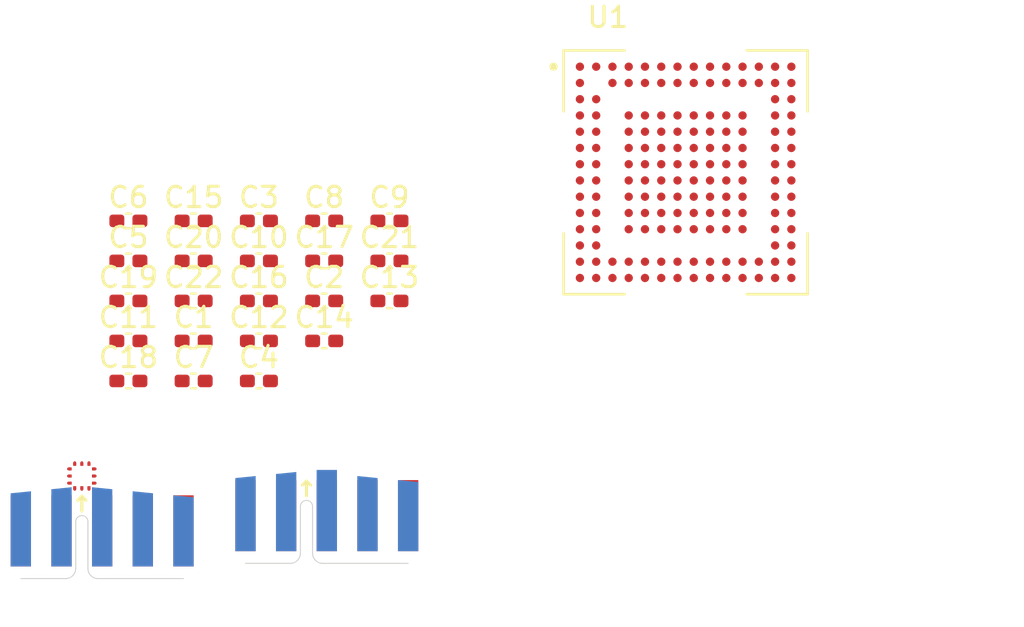
<source format=kicad_pcb>
(kicad_pcb (version 20211014) (generator pcbnew)
  (layers (0 "F.Cu" signal) (31 "B.Cu" signal) (34 "B.Paste" user) (35 "F.Paste" user) (36 "B.SilkS" user "B.Silkscreen") (37 "F.SilkS" user "F.Silkscreen") (38 "B.Mask" user) (39 "F.Mask" user) (44 "Edge.Cuts" user))
  (net 0 "")
  (net 31 "Net-(U1-PadD4)")
  (net 32 "Net-(U1-PadD5)")
  (net 33 "Net-(U1-PadD6)")
  (net 34 "Net-(U1-PadD10)")
  (net 47 "Net-(U1-PadG11)")
  (net 61 "Net-(U1-PadL10)")
  (net 83 "/switch/VCC_1.2V")
  (net 84 "Net-(U1-PadL5)")
  (net 85 "Net-(U1-PadK1)")
  (net 86 "/switch/VCC_3.3V")
  (net 87 "Net-(U1-PadH4)")
  (net 88 "Net-(U1-PadJ1)")
  (net 89 "GND")
  (net 90 "/switch/TMS")
  (net 91 "/switch/TCK")
  (net 92 "/switch/TRST_N")
  (net 94 "/switch/TDO")
  (net 95 "/switch/TDI")
  (net 99 "/switch/SDI")
  (net 100 "/switch/SDO")
  (net 101 "/switch/SCK")
  (net 103 "/switch/SS_N")
  (footprint "Capacitor_SMD:C_0402_1005Metric_Pad0.74x0.62mm_HandSolder" (layer "F.Cu") (at 119.9 103.1)
    (fp_text reference "C1" (at 0 -1.16) (layer "F.SilkS"))
    (fp_text value "100nF")
    (fp_line (start -0.115835 -0.36) (end 0.115835 -0.36) (layer "F.SilkS") (width 0.12))
    (fp_line (start -0.115835 0.36) (end 0.115835 0.36) (layer "F.SilkS") (width 0.12))
    (pad "1" smd roundrect (at -0.5675 0) (size 0.735 0.62) (layers "F.Cu" "F.Paste" "F.Mask") (net 83 "/switch/VCC_1.2V"))
    (pad "2" smd roundrect (at 0.5675 0) (size 0.735 0.62) (layers "F.Cu" "F.Paste" "F.Mask") (net 89 "GND"))
  )
  (footprint "Capacitor_SMD:C_0402_1005Metric_Pad0.74x0.62mm_HandSolder" (layer "F.Cu") (at 119.9 99.16)
    (fp_text reference "C20" (at 0 -1.16) (layer "F.SilkS"))
    (fp_text value "100nF")
    (fp_line (start -0.115835 0.36) (end 0.115835 0.36) (layer "F.SilkS") (width 0.12))
    (fp_line (start -0.115835 -0.36) (end 0.115835 -0.36) (layer "F.SilkS") (width 0.12))
    (pad "1" smd roundrect (at -0.5675 0) (size 0.735 0.62) (layers "F.Cu" "F.Paste" "F.Mask") (net 86 "/switch/VCC_3.3V"))
    (pad "2" smd roundrect (at 0.5675 0) (size 0.735 0.62) (layers "F.Cu" "F.Paste" "F.Mask") (net 89 "GND"))
  )
  (footprint "on_edge:on_edge_2x05_device" (layer "F.Cu") (at 126.45 114.05)
    (fp_text reference "J2")
    (fp_text value "002_SPI")
    (fp_line (start -1.2 -3.85) (end -1 -4.05) (layer "F.SilkS") (width 0.153))
    (fp_line (start -1 -4.05) (end -1 -3.323) (layer "F.SilkS") (width 0.153))
    (fp_line (start -1 -4.05) (end -0.8 -3.85) (layer "F.SilkS") (width 0.153))
    (fp_line (start -1.3 -2.8) (end -1.3 -0.5) (layer "Edge.Cuts") (width 0.05))
    (fp_line (start -0.7 -0.5) (end -0.7 -2.8) (layer "Edge.Cuts") (width 0.05))
    (fp_line (start -0.2 0) (end 4 0) (layer "Edge.Cuts") (width 0.05))
    (fp_line (start -4 0) (end -1.8 0) (layer "Edge.Cuts") (width 0.05))
    (fp_arc (start -0.2 0) (mid -0.553553 -0.146447) (end -0.7 -0.5) (layer "Edge.Cuts") (width 0.05))
    (fp_arc (start -1.3 -2.8) (mid -1 -3.1) (end -0.7 -2.8) (layer "Edge.Cuts") (width 0.05))
    (fp_arc (start -1.3 -0.5) (mid -1.446447 -0.146447) (end -1.8 0) (layer "Edge.Cuts") (width 0.05))
    (pad "1" smd rect (at -4 -2.35 180) (size 1 3.5) (layers "F.Cu" "F.Mask") (net 89 "GND"))
    (pad "2" smd rect (at -2 -2.35) (size 1 3.5) (layers "F.Cu" "F.Mask") (net 99 "/switch/SDI"))
    (pad "3" smd rect (at 0 -2.35) (size 1 3.5) (layers "F.Cu" "F.Mask") (net 100 "/switch/SDO"))
    (pad "4" smd rect (at 2 -2.35 180) (size 1 3.5) (layers "F.Cu" "F.Mask") (net 101 "/switch/SCK"))
    (pad "5" smd rect (at 4 -2.35 180) (size 1 3.5) (layers "F.Cu" "F.Mask"))
    (pad "6" smd custom (at -4 -2.4) (size 1 3.6) (layers "B.Cu" "B.Mask") (net 103 "/switch/SS_N") (options (clearance outline) (anchor rect)) (primitives (gr_poly (pts (xy 0.5 -1.8) (xy 0.5 -1.9) (xy -0.5 -1.8)) (width 0) (fill yes))))
    (pad "7" smd custom (at -2 -2.1) (size 1 3) (layers "B.Cu" "B.Mask") (options (clearance outline) (anchor rect)) (primitives (gr_poly (pts (xy 0.3 -0.51) (xy 0.31 -0.62) (xy 0.33 -0.7) (xy 0.35 -0.76) (xy 0.37 -0.81) (xy 0.4 -0.86) (xy 0.44 -0.92) (xy 0.48 -0.97) (xy 0.5 -0.99) (xy 0.5 -2.4) (xy -0.5 -2.3) (xy -0.5 1.5) (xy 0.3 1.5)) (width 0) (fill yes))))
    (pad "8" smd rect (at 0 -2.6) (size 1 4) (layers "B.Cu" "B.Mask"))
    (pad "9" smd custom (at 2 -2.4) (size 1 3.6) (layers "B.Cu" "B.Mask") (options (clearance outline) (anchor rect)) (primitives (gr_poly (pts (xy -0.5 -1.8) (xy -0.5 -1.9) (xy 0.5 -1.8)) (width 0) (fill yes))))
    (pad "10" smd custom (at 4 -2.3) (size 1 3.4) (layers "B.Cu" "B.Mask") (options (clearance outline) (anchor rect)) (primitives (gr_poly (pts (xy -0.5 -1.7) (xy -0.5 -1.8) (xy 0.5 -1.7)) (width 0) (fill yes))))
  )
  (footprint "Capacitor_SMD:C_0402_1005Metric_Pad0.74x0.62mm_HandSolder" (layer "F.Cu") (at 123.11 97.19)
    (fp_text reference "C3" (at 0 -1.16) (layer "F.SilkS"))
    (fp_text value "1uF")
    (fp_line (start -0.115835 0.36) (end 0.115835 0.36) (layer "F.SilkS") (width 0.12))
    (fp_line (start -0.115835 -0.36) (end 0.115835 -0.36) (layer "F.SilkS") (width 0.12))
    (pad "1" smd roundrect (at -0.5675 0) (size 0.735 0.62) (layers "F.Cu" "F.Paste" "F.Mask") (net 33 "Net-(U1-PadD6)"))
    (pad "2" smd roundrect (at 0.5675 0) (size 0.735 0.62) (layers "F.Cu" "F.Paste" "F.Mask") (net 89 "GND"))
  )
  (footprint "Capacitor_SMD:C_0402_1005Metric_Pad0.74x0.62mm_HandSolder" (layer "F.Cu") (at 126.32 103.1)
    (fp_text reference "C14" (at 0 -1.16) (layer "F.SilkS"))
    (fp_text value "1uF")
    (fp_line (start -0.115835 0.36) (end 0.115835 0.36) (layer "F.SilkS") (width 0.12))
    (fp_line (start -0.115835 -0.36) (end 0.115835 -0.36) (layer "F.SilkS") (width 0.12))
    (pad "1" smd roundrect (at -0.5675 0) (size 0.735 0.62) (layers "F.Cu" "F.Paste" "F.Mask") (net 88 "Net-(U1-PadJ1)"))
    (pad "2" smd roundrect (at 0.5675 0) (size 0.735 0.62) (layers "F.Cu" "F.Paste" "F.Mask") (net 89 "GND"))
  )
  (footprint "Capacitor_SMD:C_0402_1005Metric_Pad0.74x0.62mm_HandSolder" (layer "F.Cu") (at 116.69 103.1)
    (fp_text reference "C11" (at 0 -1.16) (layer "F.SilkS"))
    (fp_text value "100nF")
    (fp_line (start -0.115835 0.36) (end 0.115835 0.36) (layer "F.SilkS") (width 0.12))
    (fp_line (start -0.115835 -0.36) (end 0.115835 -0.36) (layer "F.SilkS") (width 0.12))
    (pad "1" smd roundrect (at -0.5675 0) (size 0.735 0.62) (layers "F.Cu" "F.Paste" "F.Mask") (net 33 "Net-(U1-PadD6)"))
    (pad "2" smd roundrect (at 0.5675 0) (size 0.735 0.62) (layers "F.Cu" "F.Paste" "F.Mask") (net 89 "GND"))
  )
  (footprint "Capacitor_SMD:C_0402_1005Metric_Pad0.74x0.62mm_HandSolder" (layer "F.Cu") (at 123.11 103.1)
    (fp_text reference "C12" (at 0 -1.16) (layer "F.SilkS"))
    (fp_text value "100nF")
    (fp_line (start -0.115835 0.36) (end 0.115835 0.36) (layer "F.SilkS") (width 0.12))
    (fp_line (start -0.115835 -0.36) (end 0.115835 -0.36) (layer "F.SilkS") (width 0.12))
    (pad "1" smd roundrect (at -0.5675 0) (size 0.735 0.62) (layers "F.Cu" "F.Paste" "F.Mask") (net 33 "Net-(U1-PadD6)"))
    (pad "2" smd roundrect (at 0.5675 0) (size 0.735 0.62) (layers "F.Cu" "F.Paste" "F.Mask") (net 89 "GND"))
  )
  (footprint "parts:BGA159C80P14X14_1200X1200X150N" (layer "F.Cu") (at 144.1 94.8)
    (fp_text reference "U1" (at -3.825 -7.635) (layer "F.SilkS"))
    (fp_text value "SJA1105ELY")
    (fp_line (start 6 -6) (end 3 -6) (layer "F.SilkS") (width 0.127))
    (fp_line (start 6 -6) (end 6 -3) (layer "F.SilkS") (width 0.127))
    (fp_line (start -6 6) (end -3 6) (layer "F.SilkS") (width 0.127))
    (fp_line (start 6 6) (end 6 3) (layer "F.SilkS") (width 0.127))
    (fp_line (start -6 -6) (end -3 -6) (layer "F.SilkS") (width 0.127))
    (fp_line (start 6 6) (end 3 6) (layer "F.SilkS") (width 0.127))
    (fp_line (start -6 -6) (end -6 -3) (layer "F.SilkS") (width 0.127))
    (fp_line (start -6 6) (end -6 3) (layer "F.SilkS") (width 0.127))
    (fp_circle (center -6.5 -5.2) (end -6.4 -5.2) (layer "F.SilkS") (width 0.2) (fill none))
    (pad "A1" smd circle locked (at -5.2 -5.2) (size 0.41 0.41) (layers "F.Cu" "F.Paste" "F.Mask") (net 89 "GND"))
    (pad "A2" smd circle locked (at -4.4 -5.2) (size 0.41 0.41) (layers "F.Cu" "F.Paste" "F.Mask"))
    (pad "A3" smd circle locked (at -3.6 -5.2) (size 0.41 0.41) (layers "F.Cu" "F.Paste" "F.Mask"))
    (pad "A4" smd circle locked (at -2.8 -5.2) (size 0.41 0.41) (layers "F.Cu" "F.Paste" "F.Mask"))
    (pad "A5" smd circle locked (at -2 -5.2) (size 0.41 0.41) (layers "F.Cu" "F.Paste" "F.Mask"))
    (pad "A6" smd circle locked (at -1.2 -5.2) (size 0.41 0.41) (layers "F.Cu" "F.Paste" "F.Mask"))
    (pad "A7" smd circle locked (at -0.4 -5.2) (size 0.41 0.41) (layers "F.Cu" "F.Paste" "F.Mask"))
    (pad "A8" smd circle locked (at 0.4 -5.2) (size 0.41 0.41) (layers "F.Cu" "F.Paste" "F.Mask"))
    (pad "A9" smd circle locked (at 1.2 -5.2) (size 0.41 0.41) (layers "F.Cu" "F.Paste" "F.Mask"))
    (pad "A10" smd circle locked (at 2 -5.2) (size 0.41 0.41) (layers "F.Cu" "F.Paste" "F.Mask"))
    (pad "A11" smd circle locked (at 2.8 -5.2) (size 0.41 0.41) (layers "F.Cu" "F.Paste" "F.Mask"))
    (pad "A12" smd circle locked (at 3.6 -5.2) (size 0.41 0.41) (layers "F.Cu" "F.Paste" "F.Mask"))
    (pad "A13" smd circle locked (at 4.4 -5.2) (size 0.41 0.41) (layers "F.Cu" "F.Paste" "F.Mask"))
    (pad "A14" smd circle locked (at 5.2 -5.2) (size 0.41 0.41) (layers "F.Cu" "F.Paste" "F.Mask") (net 89 "GND"))
    (pad "B1" smd circle locked (at -5.2 -4.4) (size 0.41 0.41) (layers "F.Cu" "F.Paste" "F.Mask"))
    (pad "B3" smd circle locked (at -3.6 -4.4) (size 0.41 0.41) (layers "F.Cu" "F.Paste" "F.Mask"))
    (pad "B4" smd circle locked (at -2.8 -4.4) (size 0.41 0.41) (layers "F.Cu" "F.Paste" "F.Mask"))
    (pad "B5" smd circle locked (at -2 -4.4) (size 0.41 0.41) (layers "F.Cu" "F.Paste" "F.Mask"))
    (pad "B6" smd circle locked (at -1.2 -4.4) (size 0.41 0.41) (layers "F.Cu" "F.Paste" "F.Mask"))
    (pad "B7" smd circle locked (at -0.4 -4.4) (size 0.41 0.41) (layers "F.Cu" "F.Paste" "F.Mask"))
    (pad "B8" smd circle locked (at 0.4 -4.4) (size 0.41 0.41) (layers "F.Cu" "F.Paste" "F.Mask"))
    (pad "B9" smd circle locked (at 1.2 -4.4) (size 0.41 0.41) (layers "F.Cu" "F.Paste" "F.Mask"))
    (pad "B10" smd circle locked (at 2 -4.4) (size 0.41 0.41) (layers "F.Cu" "F.Paste" "F.Mask"))
    (pad "B11" smd circle locked (at 2.8 -4.4) (size 0.41 0.41) (layers "F.Cu" "F.Paste" "F.Mask"))
    (pad "B12" smd circle locked (at 3.6 -4.4) (size 0.41 0.41) (layers "F.Cu" "F.Paste" "F.Mask"))
    (pad "B13" smd circle locked (at 4.4 -4.4) (size 0.41 0.41) (layers "F.Cu" "F.Paste" "F.Mask") (net 89 "GND"))
    (pad "B14" smd circle locked (at 5.2 -4.4) (size 0.41 0.41) (layers "F.Cu" "F.Paste" "F.Mask"))
    (pad "C1" smd circle locked (at -5.2 -3.6) (size 0.41 0.41) (layers "F.Cu" "F.Paste" "F.Mask"))
    (pad "C2" smd circle locked (at -4.4 -3.6) (size 0.41 0.41) (layers "F.Cu" "F.Paste" "F.Mask"))
    (pad "C13" smd circle locked (at 4.4 -3.6) (size 0.41 0.41) (layers "F.Cu" "F.Paste" "F.Mask"))
    (pad "C14" smd circle locked (at 5.2 -3.6) (size 0.41 0.41) (layers "F.Cu" "F.Paste" "F.Mask"))
    (pad "D1" smd circle locked (at -5.2 -2.8) (size 0.41 0.41) (layers "F.Cu" "F.Paste" "F.Mask"))
    (pad "D2" smd circle locked (at -4.4 -2.8) (size 0.41 0.41) (layers "F.Cu" "F.Paste" "F.Mask"))
    (pad "D4" smd circle locked (at -2.8 -2.8) (size 0.41 0.41) (layers "F.Cu" "F.Paste" "F.Mask") (net 31 "Net-(U1-PadD4)"))
    (pad "D5" smd circle locked (at -2 -2.8) (size 0.41 0.41) (layers "F.Cu" "F.Paste" "F.Mask") (net 32 "Net-(U1-PadD5)"))
    (pad "D6" smd circle locked (at -1.2 -2.8) (size 0.41 0.41) (layers "F.Cu" "F.Paste" "F.Mask") (net 33 "Net-(U1-PadD6)"))
    (pad "D7" smd circle locked (at -0.4 -2.8) (size 0.41 0.41) (layers "F.Cu" "F.Paste" "F.Mask") (net 32 "Net-(U1-PadD5)"))
    (pad "D8" smd circle locked (at 0.4 -2.8) (size 0.41 0.41) (layers "F.Cu" "F.Paste" "F.Mask") (net 32 "Net-(U1-PadD5)"))
    (pad "D9" smd circle locked (at 1.2 -2.8) (size 0.41 0.41) (layers "F.Cu" "F.Paste" "F.Mask") (net 33 "Net-(U1-PadD6)"))
    (pad "D10" smd circle locked (at 2 -2.8) (size 0.41 0.41) (layers "F.Cu" "F.Paste" "F.Mask") (net 34 "Net-(U1-PadD10)"))
    (pad "D11" smd circle locked (at 2.8 -2.8) (size 0.41 0.41) (layers "F.Cu" "F.Paste" "F.Mask") (net 34 "Net-(U1-PadD10)"))
    (pad "D13" smd circle locked (at 4.4 -2.8) (size 0.41 0.41) (layers "F.Cu" "F.Paste" "F.Mask"))
    (pad "D14" smd circle locked (at 5.2 -2.8) (size 0.41 0.41) (layers "F.Cu" "F.Paste" "F.Mask"))
    (pad "E1" smd circle locked (at -5.2 -2) (size 0.41 0.41) (layers "F.Cu" "F.Paste" "F.Mask"))
    (pad "E2" smd circle locked (at -4.4 -2) (size 0.41 0.41) (layers "F.Cu" "F.Paste" "F.Mask"))
    (pad "E4" smd circle locked (at -2.8 -2) (size 0.41 0.41) (layers "F.Cu" "F.Paste" "F.Mask") (net 31 "Net-(U1-PadD4)"))
    (pad "E5" smd circle locked (at -2 -2) (size 0.41 0.41) (layers "F.Cu" "F.Paste" "F.Mask") (net 89 "GND"))
    (pad "E6" smd circle locked (at -1.2 -2) (size 0.41 0.41) (layers "F.Cu" "F.Paste" "F.Mask") (net 89 "GND"))
    (pad "E7" smd circle locked (at -0.4 -2) (size 0.41 0.41) (layers "F.Cu" "F.Paste" "F.Mask") (net 89 "GND"))
    (pad "E8" smd circle locked (at 0.4 -2) (size 0.41 0.41) (layers "F.Cu" "F.Paste" "F.Mask") (net 89 "GND"))
    (pad "E9" smd circle locked (at 1.2 -2) (size 0.41 0.41) (layers "F.Cu" "F.Paste" "F.Mask") (net 89 "GND"))
    (pad "E10" smd circle locked (at 2 -2) (size 0.41 0.41) (layers "F.Cu" "F.Paste" "F.Mask") (net 89 "GND"))
    (pad "E11" smd circle locked (at 2.8 -2) (size 0.41 0.41) (layers "F.Cu" "F.Paste" "F.Mask") (net 34 "Net-(U1-PadD10)"))
    (pad "E13" smd circle locked (at 4.4 -2) (size 0.41 0.41) (layers "F.Cu" "F.Paste" "F.Mask"))
    (pad "E14" smd circle locked (at 5.2 -2) (size 0.41 0.41) (layers "F.Cu" "F.Paste" "F.Mask"))
    (pad "F1" smd circle locked (at -5.2 -1.2) (size 0.41 0.41) (layers "F.Cu" "F.Paste" "F.Mask"))
    (pad "F2" smd circle locked (at -4.4 -1.2) (size 0.41 0.41) (layers "F.Cu" "F.Paste" "F.Mask"))
    (pad "F4" smd circle locked (at -2.8 -1.2) (size 0.41 0.41) (layers "F.Cu" "F.Paste" "F.Mask") (net 33 "Net-(U1-PadD6)"))
    (pad "F5" smd circle locked (at -2 -1.2) (size 0.41 0.41) (layers "F.Cu" "F.Paste" "F.Mask") (net 89 "GND"))
    (pad "F6" smd circle locked (at -1.2 -1.2) (size 0.41 0.41) (layers "F.Cu" "F.Paste" "F.Mask") (net 89 "GND"))
    (pad "F7" smd circle locked (at -0.4 -1.2) (size 0.41 0.41) (layers "F.Cu" "F.Paste" "F.Mask") (net 89 "GND"))
    (pad "F8" smd circle locked (at 0.4 -1.2) (size 0.41 0.41) (layers "F.Cu" "F.Paste" "F.Mask") (net 89 "GND"))
    (pad "F9" smd circle locked (at 1.2 -1.2) (size 0.41 0.41) (layers "F.Cu" "F.Paste" "F.Mask") (net 89 "GND"))
    (pad "F10" smd circle locked (at 2 -1.2) (size 0.41 0.41) (layers "F.Cu" "F.Paste" "F.Mask") (net 89 "GND"))
    (pad "F11" smd circle locked (at 2.8 -1.2) (size 0.41 0.41) (layers "F.Cu" "F.Paste" "F.Mask") (net 33 "Net-(U1-PadD6)"))
    (pad "F13" smd circle locked (at 4.4 -1.2) (size 0.41 0.41) (layers "F.Cu" "F.Paste" "F.Mask"))
    (pad "F14" smd circle locked (at 5.2 -1.2) (size 0.41 0.41) (layers "F.Cu" "F.Paste" "F.Mask"))
    (pad "G1" smd circle locked (at -5.2 -0.4) (size 0.41 0.41) (layers "F.Cu" "F.Paste" "F.Mask"))
    (pad "G2" smd circle locked (at -4.4 -0.4) (size 0.41 0.41) (layers "F.Cu" "F.Paste" "F.Mask"))
    (pad "G4" smd circle locked (at -2.8 -0.4) (size 0.41 0.41) (layers "F.Cu" "F.Paste" "F.Mask") (net 31 "Net-(U1-PadD4)"))
    (pad "G5" smd circle locked (at -2 -0.4) (size 0.41 0.41) (layers "F.Cu" "F.Paste" "F.Mask") (net 89 "GND"))
    (pad "G6" smd circle locked (at -1.2 -0.4) (size 0.41 0.41) (layers "F.Cu" "F.Paste" "F.Mask") (net 89 "GND"))
    (pad "G7" smd circle locked (at -0.4 -0.4) (size 0.41 0.41) (layers "F.Cu" "F.Paste" "F.Mask") (net 89 "GND"))
    (pad "G8" smd circle locked (at 0.4 -0.4) (size 0.41 0.41) (layers "F.Cu" "F.Paste" "F.Mask") (net 89 "GND"))
    (pad "G9" smd circle locked (at 1.2 -0.4) (size 0.41 0.41) (layers "F.Cu" "F.Paste" "F.Mask") (net 89 "GND"))
    (pad "G10" smd circle locked (at 2 -0.4) (size 0.41 0.41) (layers "F.Cu" "F.Paste" "F.Mask") (net 89 "GND"))
    (pad "G11" smd circle locked (at 2.8 -0.4) (size 0.41 0.41) (layers "F.Cu" "F.Paste" "F.Mask") (net 47 "Net-(U1-PadG11)"))
    (pad "G13" smd circle locked (at 4.4 -0.4) (size 0.41 0.41) (layers "F.Cu" "F.Paste" "F.Mask"))
    (pad "G14" smd circle locked (at 5.2 -0.4) (size 0.41 0.41) (layers "F.Cu" "F.Paste" "F.Mask"))
    (pad "H1" smd circle locked (at -5.2 0.4) (size 0.41 0.41) (layers "F.Cu" "F.Paste" "F.Mask"))
    (pad "H2" smd circle locked (at -4.4 0.4) (size 0.41 0.41) (layers "F.Cu" "F.Paste" "F.Mask"))
    (pad "H4" smd circle locked (at -2.8 0.4) (size 0.41 0.41) (layers "F.Cu" "F.Paste" "F.Mask") (net 87 "Net-(U1-PadH4)"))
    (pad "H5" smd circle locked (at -2 0.4) (size 0.41 0.41) (layers "F.Cu" "F.Paste" "F.Mask") (net 89 "GND"))
    (pad "H6" smd circle locked (at -1.2 0.4) (size 0.41 0.41) (layers "F.Cu" "F.Paste" "F.Mask") (net 89 "GND"))
    (pad "H7" smd circle locked (at -0.4 0.4) (size 0.41 0.41) (layers "F.Cu" "F.Paste" "F.Mask") (net 89 "GND"))
    (pad "H8" smd circle locked (at 0.4 0.4) (size 0.41 0.41) (layers "F.Cu" "F.Paste" "F.Mask") (net 89 "GND"))
    (pad "H9" smd circle locked (at 1.2 0.4) (size 0.41 0.41) (layers "F.Cu" "F.Paste" "F.Mask") (net 89 "GND"))
    (pad "H10" smd circle locked (at 2 0.4) (size 0.41 0.41) (layers "F.Cu" "F.Paste" "F.Mask") (net 89 "GND"))
    (pad "H11" smd circle locked (at 2.8 0.4) (size 0.41 0.41) (layers "F.Cu" "F.Paste" "F.Mask") (net 47 "Net-(U1-PadG11)"))
    (pad "H13" smd circle locked (at 4.4 0.4) (size 0.41 0.41) (layers "F.Cu" "F.Paste" "F.Mask"))
    (pad "H14" smd circle locked (at 5.2 0.4) (size 0.41 0.41) (layers "F.Cu" "F.Paste" "F.Mask"))
    (pad "J1" smd circle locked (at -5.2 1.2) (size 0.41 0.41) (layers "F.Cu" "F.Paste" "F.Mask") (net 88 "Net-(U1-PadJ1)"))
    (pad "J2" smd circle locked (at -4.4 1.2) (size 0.41 0.41) (layers "F.Cu" "F.Paste" "F.Mask") (net 89 "GND"))
    (pad "J4" smd circle locked (at -2.8 1.2) (size 0.41 0.41) (layers "F.Cu" "F.Paste" "F.Mask") (net 33 "Net-(U1-PadD6)"))
    (pad "J5" smd circle locked (at -2 1.2) (size 0.41 0.41) (layers "F.Cu" "F.Paste" "F.Mask") (net 89 "GND"))
    (pad "J6" smd circle locked (at -1.2 1.2) (size 0.41 0.41) (layers "F.Cu" "F.Paste" "F.Mask") (net 89 "GND"))
    (pad "J7" smd circle locked (at -0.4 1.2) (size 0.41 0.41) (layers "F.Cu" "F.Paste" "F.Mask") (net 89 "GND"))
    (pad "J8" smd circle locked (at 0.4 1.2) (size 0.41 0.41) (layers "F.Cu" "F.Paste" "F.Mask") (net 89 "GND"))
    (pad "J9" smd circle locked (at 1.2 1.2) (size 0.41 0.41) (layers "F.Cu" "F.Paste" "F.Mask") (net 89 "GND"))
    (pad "J10" smd circle locked (at 2 1.2) (size 0.41 0.41) (layers "F.Cu" "F.Paste" "F.Mask") (net 89 "GND"))
    (pad "J11" smd circle locked (at 2.8 1.2) (size 0.41 0.41) (layers "F.Cu" "F.Paste" "F.Mask") (net 33 "Net-(U1-PadD6)"))
    (pad "J13" smd circle locked (at 4.4 1.2) (size 0.41 0.41) (layers "F.Cu" "F.Paste" "F.Mask"))
    (pad "J14" smd circle locked (at 5.2 1.2) (size 0.41 0.41) (layers "F.Cu" "F.Paste" "F.Mask"))
    (pad "K1" smd circle locked (at -5.2 2) (size 0.41 0.41) (layers "F.Cu" "F.Paste" "F.Mask") (net 85 "Net-(U1-PadK1)"))
    (pad "K2" smd circle locked (at -4.4 2) (size 0.41 0.41) (layers "F.Cu" "F.Paste" "F.Mask"))
    (pad "K4" smd circle locked (at -2.8 2) (size 0.41 0.41) (layers "F.Cu" "F.Paste" "F.Mask") (net 89 "GND"))
    (pad "K5" smd circle locked (at -2 2) (size 0.41 0.41) (layers "F.Cu" "F.Paste" "F.Mask") (net 89 "GND"))
    (pad "K6" smd circle locked (at -1.2 2) (size 0.41 0.41) (layers "F.Cu" "F.Paste" "F.Mask") (net 89 "GND"))
    (pad "K7" smd circle locked (at -0.4 2) (size 0.41 0.41) (layers "F.Cu" "F.Paste" "F.Mask") (net 89 "GND"))
    (pad "K8" smd circle locked (at 0.4 2) (size 0.41 0.41) (layers "F.Cu" "F.Paste" "F.Mask") (net 89 "GND"))
    (pad "K9" smd circle locked (at 1.2 2) (size 0.41 0.41) (layers "F.Cu" "F.Paste" "F.Mask") (net 89 "GND"))
    (pad "K10" smd circle locked (at 2 2) (size 0.41 0.41) (layers "F.Cu" "F.Paste" "F.Mask") (net 89 "GND"))
    (pad "K11" smd circle locked (at 2.8 2) (size 0.41 0.41) (layers "F.Cu" "F.Paste" "F.Mask") (net 47 "Net-(U1-PadG11)"))
    (pad "K13" smd circle locked (at 4.4 2) (size 0.41 0.41) (layers "F.Cu" "F.Paste" "F.Mask"))
    (pad "K14" smd circle locked (at 5.2 2) (size 0.41 0.41) (layers "F.Cu" "F.Paste" "F.Mask"))
    (pad "L1" smd circle locked (at -5.2 2.8) (size 0.41 0.41) (layers "F.Cu" "F.Paste" "F.Mask"))
    (pad "L2" smd circle locked (at -4.4 2.8) (size 0.41 0.41) (layers "F.Cu" "F.Paste" "F.Mask") (net 89 "GND"))
    (pad "L4" smd circle locked (at -2.8 2.8) (size 0.41 0.41) (layers "F.Cu" "F.Paste" "F.Mask"))
    (pad "L5" smd circle locked (at -2 2.8) (size 0.41 0.41) (layers "F.Cu" "F.Paste" "F.Mask") (net 84 "Net-(U1-PadL5)"))
    (pad "L6" smd circle locked (at -1.2 2.8) (size 0.41 0.41) (layers "F.Cu" "F.Paste" "F.Mask") (net 33 "Net-(U1-PadD6)"))
    (pad "L7" smd circle locked (at -0.4 2.8) (size 0.41 0.41) (layers "F.Cu" "F.Paste" "F.Mask") (net 89 "GND"))
    (pad "L8" smd circle locked (at 0.4 2.8) (size 0.41 0.41) (layers "F.Cu" "F.Paste" "F.Mask") (net 61 "Net-(U1-PadL10)"))
    (pad "L9" smd circle locked (at 1.2 2.8) (size 0.41 0.41) (layers "F.Cu" "F.Paste" "F.Mask") (net 33 "Net-(U1-PadD6)"))
    (pad "L10" smd circle locked (at 2 2.8) (size 0.41 0.41) (layers "F.Cu" "F.Paste" "F.Mask") (net 61 "Net-(U1-PadL10)"))
    (pad "L11" smd circle locked (at 2.8 2.8) (size 0.41 0.41) (layers "F.Cu" "F.Paste" "F.Mask") (net 61 "Net-(U1-PadL10)"))
    (pad "L13" smd circle locked (at 4.4 2.8) (size 0.41 0.41) (layers "F.Cu" "F.Paste" "F.Mask"))
    (pad "L14" smd circle locked (at 5.2 2.8) (size 0.41 0.41) (layers "F.Cu" "F.Paste" "F.Mask"))
    (pad "M1" smd circle locked (at -5.2 3.6) (size 0.41 0.41) (layers "F.Cu" "F.Paste" "F.Mask") (net 92 "/switch/TRST_N"))
    (pad "M2" smd circle locked (at -4.4 3.6) (size 0.41 0.41) (layers "F.Cu" "F.Paste" "F.Mask") (net 95 "/switch/TDI"))
    (pad "M13" smd circle locked (at 4.4 3.6) (size 0.41 0.41) (layers "F.Cu" "F.Paste" "F.Mask"))
    (pad "M14" smd circle locked (at 5.2 3.6) (size 0.41 0.41) (layers "F.Cu" "F.Paste" "F.Mask"))
    (pad "N1" smd circle locked (at -5.2 4.4) (size 0.41 0.41) (layers "F.Cu" "F.Paste" "F.Mask") (net 91 "/switch/TCK"))
    (pad "N2" smd circle locked (at -4.4 4.4) (size 0.41 0.41) (layers "F.Cu" "F.Paste" "F.Mask") (net 89 "GND"))
    (pad "N3" smd circle locked (at -3.6 4.4) (size 0.41 0.41) (layers "F.Cu" "F.Paste" "F.Mask") (net 94 "/switch/TDO"))
    (pad "N4" smd circle locked (at -2.8 4.4) (size 0.41 0.41) (layers "F.Cu" "F.Paste" "F.Mask"))
    (pad "N5" smd circle locked (at -2 4.4) (size 0.41 0.41) (layers "F.Cu" "F.Paste" "F.Mask") (net 99 "/switch/SDI"))
    (pad "N6" smd circle locked (at -1.2 4.4) (size 0.41 0.41) (layers "F.Cu" "F.Paste" "F.Mask") (net 103 "/switch/SS_N"))
    (pad "N7" smd circle locked (at -0.4 4.4) (size 0.41 0.41) (layers "F.Cu" "F.Paste" "F.Mask"))
    (pad "N8" smd circle locked (at 0.4 4.4) (size 0.41 0.41) (layers "F.Cu" "F.Paste" "F.Mask"))
    (pad "N9" smd circle locked (at 1.2 4.4) (size 0.41 0.41) (layers "F.Cu" "F.Paste" "F.Mask"))
    (pad "N10" smd circle locked (at 2 4.4) (size 0.41 0.41) (layers "F.Cu" "F.Paste" "F.Mask"))
    (pad "N11" smd circle locked (at 2.8 4.4) (size 0.41 0.41) (layers "F.Cu" "F.Paste" "F.Mask"))
    (pad "N12" smd circle locked (at 3.6 4.4) (size 0.41 0.41) (layers "F.Cu" "F.Paste" "F.Mask"))
    (pad "N13" smd circle locked (at 4.4 4.4) (size 0.41 0.41) (layers "F.Cu" "F.Paste" "F.Mask") (net 89 "GND"))
    (pad "N14" smd circle locked (at 5.2 4.4) (size 0.41 0.41) (layers "F.Cu" "F.Paste" "F.Mask"))
    (pad "P1" smd circle locked (at -5.2 5.2) (size 0.41 0.41) (layers "F.Cu" "F.Paste" "F.Mask") (net 89 "GND"))
    (pad "P2" smd circle locked (at -4.4 5.2) (size 0.41 0.41) (layers "F.Cu" "F.Paste" "F.Mask") (net 90 "/switch/TMS"))
    (pad "P3" smd circle locked (at -3.6 5.2) (size 0.41 0.41) (layers "F.Cu" "F.Paste" "F.Mask"))
    (pad "P4" smd circle locked (at -2.8 5.2) (size 0.41 0.41) (layers "F.Cu" "F.Paste" "F.Mask") (net 100 "/switch/SDO"))
    (pad "P5" smd circle locked (at -2 5.2) (size 0.41 0.41) (layers "F.Cu" "F.Paste" "F.Mask") (net 101 "/switch/SCK"))
    (pad "P6" smd circle locked (at -1.2 5.2) (size 0.41 0.41) (layers "F.Cu" "F.Paste" "F.Mask"))
    (pad "P7" smd circle locked (at -0.4 5.2) (size 0.41 0.41) (layers "F.Cu" "F.Paste" "F.Mask"))
    (pad "P8" smd circle locked (at 0.4 5.2) (size 0.41 0.41) (layers "F.Cu" "F.Paste" "F.Mask"))
    (pad "P9" smd circle locked (at 1.2 5.2) (size 0.41 0.41) (layers "F.Cu" "F.Paste" "F.Mask"))
    (pad "P10" smd circle locked (at 2 5.2) (size 0.41 0.41) (layers "F.Cu" "F.Paste" "F.Mask"))
    (pad "P11" smd circle locked (at 2.8 5.2) (size 0.41 0.41) (layers "F.Cu" "F.Paste" "F.Mask"))
    (pad "P12" smd circle locked (at 3.6 5.2) (size 0.41 0.41) (layers "F.Cu" "F.Paste" "F.Mask"))
    (pad "P13" smd circle locked (at 4.4 5.2) (size 0.41 0.41) (layers "F.Cu" "F.Paste" "F.Mask"))
    (pad "P14" smd circle locked (at 5.2 5.2) (size 0.41 0.41) (layers "F.Cu" "F.Paste" "F.Mask") (net 89 "GND"))
  )
  (footprint "Capacitor_SMD:C_0402_1005Metric_Pad0.74x0.62mm_HandSolder" (layer "F.Cu") (at 129.53 101.13)
    (fp_text reference "C13" (at 0 -1.16) (layer "F.SilkS"))
    (fp_text value "1uF")
    (fp_line (start -0.115835 0.36) (end 0.115835 0.36) (layer "F.SilkS") (width 0.12))
    (fp_line (start -0.115835 -0.36) (end 0.115835 -0.36) (layer "F.SilkS") (width 0.12))
    (pad "1" smd roundrect (at -0.5675 0) (size 0.735 0.62) (layers "F.Cu" "F.Paste" "F.Mask") (net 87 "Net-(U1-PadH4)"))
    (pad "2" smd roundrect (at 0.5675 0) (size 0.735 0.62) (layers "F.Cu" "F.Paste" "F.Mask") (net 89 "GND"))
  )
  (footprint "Capacitor_SMD:C_0402_1005Metric_Pad0.74x0.62mm_HandSolder" (layer "F.Cu") (at 129.53 97.19)
    (fp_text reference "C9" (at 0 -1.16) (layer "F.SilkS"))
    (fp_text value "100nF")
    (fp_line (start -0.115835 0.36) (end 0.115835 0.36) (layer "F.SilkS") (width 0.12))
    (fp_line (start -0.115835 -0.36) (end 0.115835 -0.36) (layer "F.SilkS") (width 0.12))
    (pad "1" smd roundrect (at -0.5675 0) (size 0.735 0.62) (layers "F.Cu" "F.Paste" "F.Mask") (net 86 "/switch/VCC_3.3V"))
    (pad "2" smd roundrect (at 0.5675 0) (size 0.735 0.62) (layers "F.Cu" "F.Paste" "F.Mask") (net 89 "GND"))
  )
  (footprint "Capacitor_SMD:C_0402_1005Metric_Pad0.74x0.62mm_HandSolder" (layer "F.Cu") (at 116.69 97.19)
    (fp_text reference "C6" (at 0 -1.16) (layer "F.SilkS"))
    (fp_text value "100nF")
    (fp_line (start -0.115835 -0.36) (end 0.115835 -0.36) (layer "F.SilkS") (width 0.12))
    (fp_line (start -0.115835 0.36) (end 0.115835 0.36) (layer "F.SilkS") (width 0.12))
    (pad "1" smd roundrect (at -0.5675 0) (size 0.735 0.62) (layers "F.Cu" "F.Paste" "F.Mask") (net 33 "Net-(U1-PadD6)"))
    (pad "2" smd roundrect (at 0.5675 0) (size 0.735 0.62) (layers "F.Cu" "F.Paste" "F.Mask") (net 89 "GND"))
  )
  (footprint "on_edge:debug_edge_2x05_device" (layer "F.Cu") (at 115.4 114.8)
    (fp_text reference "J1")
    (fp_text value "DebugEdge_02x05")
    (fp_line (start -0.65 -5.65) (end -0.65 -5.7) (layer "F.Cu") (width 0.15))
    (fp_line (start -0.4 -5.05) (end -0.35 -5.05) (layer "F.Cu") (width 0.15))
    (fp_line (start -1 -4.45) (end -1 -4.4) (layer "F.Cu") (width 0.15))
    (fp_line (start -0.4 -5.4) (end -0.35 -5.4) (layer "F.Cu") (width 0.15))
    (fp_line (start -1 -5.65) (end -1 -5.7) (layer "F.Cu") (width 0.15))
    (fp_line (start -1.6 -4.7) (end -1.65 -4.7) (layer "F.Cu") (width 0.15))
    (fp_line (start -1.6 -5.05) (end -1.65 -5.05) (layer "F.Cu") (width 0.15))
    (fp_line (start -0.65 -4.45) (end -0.65 -4.4) (layer "F.Cu") (width 0.15))
    (fp_line (start -1.6 -5.4) (end -1.65 -5.4) (layer "F.Cu") (width 0.15))
    (fp_line (start -1.35 -4.45) (end -1.35 -4.4) (layer "F.Cu") (width 0.15))
    (fp_line (start -1.35 -5.65) (end -1.35 -5.7) (layer "F.Cu") (width 0.15))
    (fp_line (start -0.4 -4.7) (end -0.35 -4.7) (layer "F.Cu") (width 0.15))
    (fp_poly (pts (xy -0.925 -5.55) (xy -1.075 -5.55) (xy -1.075 -5.675) (xy -0.925 -5.675)) (layer "F.Cu") (width 0) (fill solid))
    (fp_poly (pts (xy -0.5 -4.625) (xy -0.5 -4.775) (xy -0.375 -4.775) (xy -0.375 -4.625)) (layer "F.Cu") (width 0) (fill solid))
    (fp_poly (pts (xy -1.5 -4.775) (xy -1.5 -4.625) (xy -1.625 -4.625) (xy -1.625 -4.775)) (layer "F.Cu") (width 0) (fill solid))
    (fp_poly (pts (xy -0.725 -4.55) (xy -0.575 -4.55) (xy -0.575 -4.425) (xy -0.725 -4.425)) (layer "F.Cu") (width 0) (fill solid))
    (fp_poly (pts (xy -0.5 -5.325) (xy -0.5 -5.475) (xy -0.375 -5.475) (xy -0.375 -5.325)) (layer "F.Cu") (width 0) (fill solid))
    (fp_poly (pts (xy -0.575 -5.55) (xy -0.725 -5.55) (xy -0.725 -5.675) (xy -0.575 -5.675)) (layer "F.Cu") (width 0) (fill solid))
    (fp_poly (pts (xy -1.425 -4.55) (xy -1.275 -4.55) (xy -1.275 -4.425) (xy -1.425 -4.425)) (layer "F.Cu") (width 0) (fill solid))
    (fp_poly (pts (xy -1.075 -4.55) (xy -0.925 -4.55) (xy -0.925 -4.425) (xy -1.075 -4.425)) (layer "F.Cu") (width 0) (fill solid))
    (fp_poly (pts (xy -1.5 -5.125) (xy -1.5 -4.975) (xy -1.625 -4.975) (xy -1.625 -5.125)) (layer "F.Cu") (width 0) (fill solid))
    (fp_poly (pts (xy -1.5 -5.475) (xy -1.5 -5.325) (xy -1.625 -5.325) (xy -1.625 -5.475)) (layer "F.Cu") (width 0) (fill solid))
    (fp_poly (pts (xy -1.275 -5.55) (xy -1.425 -5.55) (xy -1.425 -5.675) (xy -1.275 -5.675)) (layer "F.Cu") (width 0) (fill solid))
    (fp_poly (pts (xy -0.5 -4.975) (xy -0.5 -5.125) (xy -0.375 -5.125) (xy -0.375 -4.975)) (layer "F.Cu") (width 0) (fill solid))
    (fp_line (start -1 -4.05) (end -1 -3.323) (layer "F.SilkS") (width 0.153))
    (fp_line (start -1 -4.05) (end -0.8 -3.85) (layer "F.SilkS") (width 0.153))
    (fp_line (start -1.2 -3.85) (end -1 -4.05) (layer "F.SilkS") (width 0.153))
    (fp_line (start -0.7 -0.5) (end -0.7 -2.8) (layer "Edge.Cuts") (width 0.05))
    (fp_line (start -1.3 -2.8) (end -1.3 -0.5) (layer "Edge.Cuts") (width 0.05))
    (fp_line (start -0.2 0) (end 4 0) (layer "Edge.Cuts") (width 0.05))
    (fp_line (start -4 0) (end -1.8 0) (layer "Edge.Cuts") (width 0.05))
    (fp_arc (start -1.3 -2.8) (mid -1 -3.1) (end -0.7 -2.8) (layer "Edge.Cuts") (width 0.05))
    (fp_arc (start -1.3 -0.5) (mid -1.446447 -0.146447) (end -1.8 0) (layer "Edge.Cuts") (width 0.05))
    (fp_arc (start -0.2 0) (mid -0.553553 -0.146447) (end -0.7 -0.5) (layer "Edge.Cuts") (width 0.05))
    (pad "1" smd rect (at -2 -2.35) (size 1 3.5) (layers "F.Cu" "F.Mask") (net 89 "GND"))
    (pad "2" smd rect (at 0 -2.35) (size 1 3.5) (layers "F.Cu" "F.Mask") (net 90 "/switch/TMS"))
    (pad "3" smd custom (at -2 -2.1) (size 1 3) (layers "B.Cu" "B.Mask") (net 91 "/switch/TCK") (options (clearance outline) (anchor rect)) (primitives (gr_poly (pts (xy 0.3 -0.51) (xy 0.31 -0.62) (xy 0.33 -0.7) (xy 0.35 -0.76) (xy 0.37 -0.81) (xy 0.4 -0.86) (xy 0.44 -0.92) (xy 0.48 -0.97) (xy 0.5 -0.99) (xy 0.5 -2.4) (xy -0.5 -2.3) (xy -0.5 1.5) (xy 0.3 1.5)) (width 0) (fill yes))))
    (pad "4" smd custom (at 0 -2.1) (size 1 3) (layers "B.Cu" "B.Mask") (net 92 "/switch/TRST_N") (options (clearance outline) (anchor rect)) (primitives (gr_poly (pts (xy -0.3 -0.51) (xy -0.31 -0.62) (xy -0.33 -0.7) (xy -0.35 -0.76) (xy -0.37 -0.81) (xy -0.4 -0.86) (xy -0.44 -0.92) (xy -0.48 -0.97) (xy -0.5 -0.99) (xy -0.5 -2.4) (xy 0.5 -2.3) (xy 0.5 1.5) (xy -0.3 1.5)) (width 0) (fill yes))))
    (pad "5" smd rect (at 2 -2.35 180) (size 1 3.5) (layers "F.Cu" "F.Mask"))
    (pad "6" smd custom (at 2 -2.4) (size 1 3.6) (layers "B.Cu" "B.Mask") (net 94 "/switch/TDO") (options (clearance outline) (anchor rect)) (primitives (gr_poly (pts (xy -0.5 -1.8) (xy -0.5 -1.9) (xy 0.5 -1.8)) (width 0) (fill yes))))
    (pad "7" smd rect (at -4 -2.35 180) (size 1 3.5) (layers "F.Cu" "F.Mask") (net 95 "/switch/TDI"))
    (pad "8" smd custom (at -4 -2.4) (size 1 3.6) (layers "B.Cu" "B.Mask") (options (clearance outline) (anchor rect)) (primitives (gr_poly (pts (xy 0.5 -1.8) (xy 0.5 -1.9) (xy -0.5 -1.8)) (width 0) (fill yes))))
    (pad "9" smd rect (at 4 -2.35 180) (size 1 3.5) (layers "F.Cu" "F.Mask"))
    (pad "10" smd custom (at 4 -2.3) (size 1 3.4) (layers "B.Cu" "B.Mask") (options (clearance outline) (anchor rect)) (primitives (gr_poly (pts (xy -0.5 -1.7) (xy -0.5 -1.8) (xy 0.5 -1.7)) (width 0) (fill yes))))
  )
  (footprint "Capacitor_SMD:C_0402_1005Metric_Pad0.74x0.62mm_HandSolder" (layer "F.Cu") (at 126.32 101.13)
    (fp_text reference "C2" (at 0 -1.16) (layer "F.SilkS"))
    (fp_text value "1uF")
    (fp_line (start -0.115835 -0.36) (end 0.115835 -0.36) (layer "F.SilkS") (width 0.12))
    (fp_line (start -0.115835 0.36) (end 0.115835 0.36) (layer "F.SilkS") (width 0.12))
    (pad "1" smd roundrect (at -0.5675 0) (size 0.735 0.62) (layers "F.Cu" "F.Paste" "F.Mask") (net 84 "Net-(U1-PadL5)"))
    (pad "2" smd roundrect (at 0.5675 0) (size 0.735 0.62) (layers "F.Cu" "F.Paste" "F.Mask") (net 89 "GND"))
  )
  (footprint "Capacitor_SMD:C_0402_1005Metric_Pad0.74x0.62mm_HandSolder" (layer "F.Cu") (at 126.32 99.16)
    (fp_text reference "C17" (at 0 -1.16) (layer "F.SilkS"))
    (fp_text value "100nF")
    (fp_line (start -0.115835 -0.36) (end 0.115835 -0.36) (layer "F.SilkS") (width 0.12))
    (fp_line (start -0.115835 0.36) (end 0.115835 0.36) (layer "F.SilkS") (width 0.12))
    (pad "1" smd roundrect (at -0.5675 0) (size 0.735 0.62) (layers "F.Cu" "F.Paste" "F.Mask") (net 88 "Net-(U1-PadJ1)"))
    (pad "2" smd roundrect (at 0.5675 0) (size 0.735 0.62) (layers "F.Cu" "F.Paste" "F.Mask") (net 89 "GND"))
  )
  (footprint "Capacitor_SMD:C_0402_1005Metric_Pad0.74x0.62mm_HandSolder" (layer "F.Cu") (at 116.69 101.13)
    (fp_text reference "C19" (at 0 -1.16) (layer "F.SilkS"))
    (fp_text value "100nF")
    (fp_line (start -0.115835 0.36) (end 0.115835 0.36) (layer "F.SilkS") (width 0.12))
    (fp_line (start -0.115835 -0.36) (end 0.115835 -0.36) (layer "F.SilkS") (width 0.12))
    (pad "1" smd roundrect (at -0.5675 0) (size 0.735 0.62) (layers "F.Cu" "F.Paste" "F.Mask") (net 33 "Net-(U1-PadD6)"))
    (pad "2" smd roundrect (at 0.5675 0) (size 0.735 0.62) (layers "F.Cu" "F.Paste" "F.Mask") (net 89 "GND"))
  )
  (footprint "Capacitor_SMD:C_0402_1005Metric_Pad0.74x0.62mm_HandSolder" (layer "F.Cu") (at 119.9 101.13)
    (fp_text reference "C22" (at 0 -1.16) (layer "F.SilkS"))
    (fp_text value "100nF")
    (fp_line (start -0.115835 0.36) (end 0.115835 0.36) (layer "F.SilkS") (width 0.12))
    (fp_line (start -0.115835 -0.36) (end 0.115835 -0.36) (layer "F.SilkS") (width 0.12))
    (pad "1" smd roundrect (at -0.5675 0) (size 0.735 0.62) (layers "F.Cu" "F.Paste" "F.Mask") (net 33 "Net-(U1-PadD6)"))
    (pad "2" smd roundrect (at 0.5675 0) (size 0.735 0.62) (layers "F.Cu" "F.Paste" "F.Mask") (net 89 "GND"))
  )
  (footprint "Capacitor_SMD:C_0402_1005Metric_Pad0.74x0.62mm_HandSolder" (layer "F.Cu") (at 129.53 99.16)
    (fp_text reference "C21" (at 0 -1.16) (layer "F.SilkS"))
    (fp_text value "100nF")
    (fp_line (start -0.115835 0.36) (end 0.115835 0.36) (layer "F.SilkS") (width 0.12))
    (fp_line (start -0.115835 -0.36) (end 0.115835 -0.36) (layer "F.SilkS") (width 0.12))
    (pad "1" smd roundrect (at -0.5675 0) (size 0.735 0.62) (layers "F.Cu" "F.Paste" "F.Mask") (net 83 "/switch/VCC_1.2V"))
    (pad "2" smd roundrect (at 0.5675 0) (size 0.735 0.62) (layers "F.Cu" "F.Paste" "F.Mask") (net 89 "GND"))
  )
  (footprint "Capacitor_SMD:C_0402_1005Metric_Pad0.74x0.62mm_HandSolder" (layer "F.Cu") (at 119.9 105.07)
    (fp_text reference "C7" (at 0 -1.16) (layer "F.SilkS"))
    (fp_text value "100nF")
    (fp_line (start -0.115835 -0.36) (end 0.115835 -0.36) (layer "F.SilkS") (width 0.12))
    (fp_line (start -0.115835 0.36) (end 0.115835 0.36) (layer "F.SilkS") (width 0.12))
    (pad "1" smd roundrect (at -0.5675 0) (size 0.735 0.62) (layers "F.Cu" "F.Paste" "F.Mask") (net 85 "Net-(U1-PadK1)"))
    (pad "2" smd roundrect (at 0.5675 0) (size 0.735 0.62) (layers "F.Cu" "F.Paste" "F.Mask") (net 89 "GND"))
  )
  (footprint "Capacitor_SMD:C_0402_1005Metric_Pad0.74x0.62mm_HandSolder" (layer "F.Cu") (at 116.69 105.07)
    (fp_text reference "C18" (at 0 -1.16) (layer "F.SilkS"))
    (fp_text value "100nF")
    (fp_line (start -0.115835 -0.36) (end 0.115835 -0.36) (layer "F.SilkS") (width 0.12))
    (fp_line (start -0.115835 0.36) (end 0.115835 0.36) (layer "F.SilkS") (width 0.12))
    (pad "1" smd roundrect (at -0.5675 0) (size 0.735 0.62) (layers "F.Cu" "F.Paste" "F.Mask") (net 33 "Net-(U1-PadD6)"))
    (pad "2" smd roundrect (at 0.5675 0) (size 0.735 0.62) (layers "F.Cu" "F.Paste" "F.Mask") (net 89 "GND"))
  )
  (footprint "Capacitor_SMD:C_0402_1005Metric_Pad0.74x0.62mm_HandSolder" (layer "F.Cu") (at 123.11 105.07)
    (fp_text reference "C4" (at 0 -1.16) (layer "F.SilkS"))
    (fp_text value "1uF")
    (fp_line (start -0.115835 -0.36) (end 0.115835 -0.36) (layer "F.SilkS") (width 0.12))
    (fp_line (start -0.115835 0.36) (end 0.115835 0.36) (layer "F.SilkS") (width 0.12))
    (pad "1" smd roundrect (at -0.5675 0) (size 0.735 0.62) (layers "F.Cu" "F.Paste" "F.Mask") (net 85 "Net-(U1-PadK1)"))
    (pad "2" smd roundrect (at 0.5675 0) (size 0.735 0.62) (layers "F.Cu" "F.Paste" "F.Mask") (net 89 "GND"))
  )
  (footprint "Capacitor_SMD:C_0402_1005Metric_Pad0.74x0.62mm_HandSolder" (layer "F.Cu") (at 119.9 97.19)
    (fp_text reference "C15" (at 0 -1.16) (layer "F.SilkS"))
    (fp_text value "100nF")
    (fp_line (start -0.115835 0.36) (end 0.115835 0.36) (layer "F.SilkS") (width 0.12))
    (fp_line (start -0.115835 -0.36) (end 0.115835 -0.36) (layer "F.SilkS") (width 0.12))
    (pad "1" smd roundrect (at -0.5675 0) (size 0.735 0.62) (layers "F.Cu" "F.Paste" "F.Mask") (net 33 "Net-(U1-PadD6)"))
    (pad "2" smd roundrect (at 0.5675 0) (size 0.735 0.62) (layers "F.Cu" "F.Paste" "F.Mask") (net 89 "GND"))
  )
  (footprint "Capacitor_SMD:C_0402_1005Metric_Pad0.74x0.62mm_HandSolder" (layer "F.Cu") (at 116.69 99.16)
    (fp_text reference "C5" (at 0 -1.16) (layer "F.SilkS"))
    (fp_text value "100nF")
    (fp_line (start -0.115835 0.36) (end 0.115835 0.36) (layer "F.SilkS") (width 0.12))
    (fp_line (start -0.115835 -0.36) (end 0.115835 -0.36) (layer "F.SilkS") (width 0.12))
    (pad "1" smd roundrect (at -0.5675 0) (size 0.735 0.62) (layers "F.Cu" "F.Paste" "F.Mask") (net 84 "Net-(U1-PadL5)"))
    (pad "2" smd roundrect (at 0.5675 0) (size 0.735 0.62) (layers "F.Cu" "F.Paste" "F.Mask") (net 89 "GND"))
  )
  (footprint "Capacitor_SMD:C_0402_1005Metric_Pad0.74x0.62mm_HandSolder" (layer "F.Cu") (at 123.11 99.16)
    (fp_text reference "C10" (at 0 -1.16) (layer "F.SilkS"))
    (fp_text value "100nF")
    (fp_line (start -0.115835 0.36) (end 0.115835 0.36) (layer "F.SilkS") (width 0.12))
    (fp_line (start -0.115835 -0.36) (end 0.115835 -0.36) (layer "F.SilkS") (width 0.12))
    (pad "1" smd roundrect (at -0.5675 0) (size 0.735 0.62) (layers "F.Cu" "F.Paste" "F.Mask") (net 83 "/switch/VCC_1.2V"))
    (pad "2" smd roundrect (at 0.5675 0) (size 0.735 0.62) (layers "F.Cu" "F.Paste" "F.Mask") (net 89 "GND"))
  )
  (footprint "Capacitor_SMD:C_0402_1005Metric_Pad0.74x0.62mm_HandSolder" (layer "F.Cu") (at 126.32 97.19)
    (fp_text reference "C8" (at 0 -1.16) (layer "F.SilkS"))
    (fp_text value "100nF")
    (fp_line (start -0.115835 0.36) (end 0.115835 0.36) (layer "F.SilkS") (width 0.12))
    (fp_line (start -0.115835 -0.36) (end 0.115835 -0.36) (layer "F.SilkS") (width 0.12))
    (pad "1" smd roundrect (at -0.5675 0) (size 0.735 0.62) (layers "F.Cu" "F.Paste" "F.Mask") (net 33 "Net-(U1-PadD6)"))
    (pad "2" smd roundrect (at 0.5675 0) (size 0.735 0.62) (layers "F.Cu" "F.Paste" "F.Mask") (net 89 "GND"))
  )
  (footprint "Capacitor_SMD:C_0402_1005Metric_Pad0.74x0.62mm_HandSolder" (layer "F.Cu") (at 123.11 101.13)
    (fp_text reference "C16" (at 0 -1.16) (layer "F.SilkS"))
    (fp_text value "100nF")
    (fp_line (start -0.115835 0.36) (end 0.115835 0.36) (layer "F.SilkS") (width 0.12))
    (fp_line (start -0.115835 -0.36) (end 0.115835 -0.36) (layer "F.SilkS") (width 0.12))
    (pad "1" smd roundrect (at -0.5675 0) (size 0.735 0.62) (layers "F.Cu" "F.Paste" "F.Mask") (net 87 "Net-(U1-PadH4)"))
    (pad "2" smd roundrect (at 0.5675 0) (size 0.735 0.62) (layers "F.Cu" "F.Paste" "F.Mask") (net 89 "GND"))
  )
)
</source>
